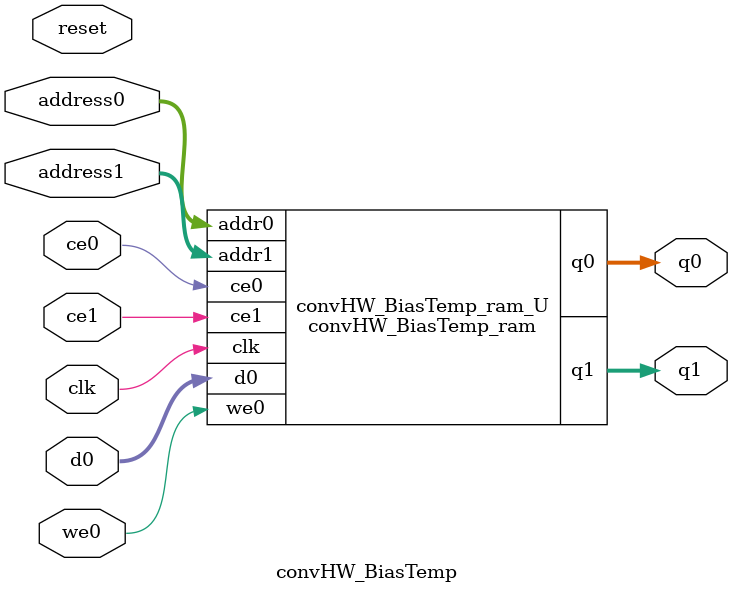
<source format=v>

`timescale 1 ns / 1 ps
module convHW_BiasTemp_ram (addr0, ce0, d0, we0, q0, addr1, ce1, q1,  clk);

parameter DWIDTH = 32;
parameter AWIDTH = 5;
parameter MEM_SIZE = 20;

input[AWIDTH-1:0] addr0;
input ce0;
input[DWIDTH-1:0] d0;
input we0;
output reg[DWIDTH-1:0] q0;
input[AWIDTH-1:0] addr1;
input ce1;
output reg[DWIDTH-1:0] q1;
input clk;

(* ram_style = "distributed" *)reg [DWIDTH-1:0] ram[0:MEM_SIZE-1];




always @(posedge clk)  
begin 
    if (ce0) 
    begin
        if (we0) 
        begin 
            ram[addr0] <= d0; 
            q0 <= d0;
        end 
        else 
            q0 <= ram[addr0];
    end
end


always @(posedge clk)  
begin 
    if (ce1) 
    begin
            q1 <= ram[addr1];
    end
end


endmodule


`timescale 1 ns / 1 ps
module convHW_BiasTemp(
    reset,
    clk,
    address0,
    ce0,
    we0,
    d0,
    q0,
    address1,
    ce1,
    q1);

parameter DataWidth = 32'd32;
parameter AddressRange = 32'd20;
parameter AddressWidth = 32'd5;
input reset;
input clk;
input[AddressWidth - 1:0] address0;
input ce0;
input we0;
input[DataWidth - 1:0] d0;
output[DataWidth - 1:0] q0;
input[AddressWidth - 1:0] address1;
input ce1;
output[DataWidth - 1:0] q1;



convHW_BiasTemp_ram convHW_BiasTemp_ram_U(
    .clk( clk ),
    .addr0( address0 ),
    .ce0( ce0 ),
    .d0( d0 ),
    .we0( we0 ),
    .q0( q0 ),
    .addr1( address1 ),
    .ce1( ce1 ),
    .q1( q1 ));

endmodule


</source>
